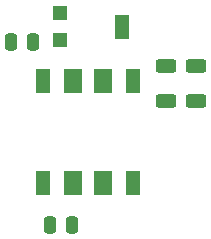
<source format=gbr>
%TF.GenerationSoftware,KiCad,Pcbnew,9.0.0*%
%TF.CreationDate,2025-07-13T02:11:52+05:30*%
%TF.ProjectId,REF03,52454630-332e-46b6-9963-61645f706362,rev?*%
%TF.SameCoordinates,Original*%
%TF.FileFunction,Paste,Top*%
%TF.FilePolarity,Positive*%
%FSLAX46Y46*%
G04 Gerber Fmt 4.6, Leading zero omitted, Abs format (unit mm)*
G04 Created by KiCad (PCBNEW 9.0.0) date 2025-07-13 02:11:52*
%MOMM*%
%LPD*%
G01*
G04 APERTURE LIST*
G04 Aperture macros list*
%AMRoundRect*
0 Rectangle with rounded corners*
0 $1 Rounding radius*
0 $2 $3 $4 $5 $6 $7 $8 $9 X,Y pos of 4 corners*
0 Add a 4 corners polygon primitive as box body*
4,1,4,$2,$3,$4,$5,$6,$7,$8,$9,$2,$3,0*
0 Add four circle primitives for the rounded corners*
1,1,$1+$1,$2,$3*
1,1,$1+$1,$4,$5*
1,1,$1+$1,$6,$7*
1,1,$1+$1,$8,$9*
0 Add four rect primitives between the rounded corners*
20,1,$1+$1,$2,$3,$4,$5,0*
20,1,$1+$1,$4,$5,$6,$7,0*
20,1,$1+$1,$6,$7,$8,$9,0*
20,1,$1+$1,$8,$9,$2,$3,0*%
G04 Aperture macros list end*
%ADD10RoundRect,0.250000X0.625000X-0.312500X0.625000X0.312500X-0.625000X0.312500X-0.625000X-0.312500X0*%
%ADD11RoundRect,0.250000X-0.250000X-0.475000X0.250000X-0.475000X0.250000X0.475000X-0.250000X0.475000X0*%
%ADD12R,1.300000X1.300000*%
%ADD13R,1.300000X2.000000*%
%ADD14R,1.170000X2.000000*%
%ADD15R,1.520000X2.000000*%
G04 APERTURE END LIST*
D10*
%TO.C,R1*%
X6604000Y2601500D03*
X6604000Y5526500D03*
%TD*%
D11*
%TO.C,C6*%
X-6537999Y7620000D03*
X-4638001Y7620000D03*
%TD*%
D12*
%TO.C,R3*%
X-2346000Y7740000D03*
D13*
X2854000Y8890000D03*
D12*
X-2346000Y10040000D03*
%TD*%
D11*
%TO.C,C4*%
X-3236000Y-7874000D03*
X-1336000Y-7874000D03*
%TD*%
D14*
%TO.C,U2*%
X-3810000Y-4300000D03*
D15*
X-1270000Y-4300000D03*
X1270000Y-4300000D03*
D14*
X3810000Y-4300000D03*
X3810000Y4300000D03*
D15*
X1270000Y4300000D03*
X-1270000Y4300000D03*
D14*
X-3810000Y4300000D03*
%TD*%
D10*
%TO.C,R4*%
X9144000Y2601500D03*
X9144000Y5526500D03*
%TD*%
M02*

</source>
